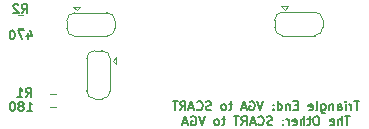
<source format=gbr>
G04 #@! TF.GenerationSoftware,KiCad,Pcbnew,(5.1.10-1-10_14)*
G04 #@! TF.CreationDate,2021-11-15T16:46:54-05:00*
G04 #@! TF.ProjectId,VGA2SCART,56474132-5343-4415-9254-2e6b69636164,1*
G04 #@! TF.SameCoordinates,Original*
G04 #@! TF.FileFunction,Legend,Bot*
G04 #@! TF.FilePolarity,Positive*
%FSLAX46Y46*%
G04 Gerber Fmt 4.6, Leading zero omitted, Abs format (unit mm)*
G04 Created by KiCad (PCBNEW (5.1.10-1-10_14)) date 2021-11-15 16:46:54*
%MOMM*%
%LPD*%
G01*
G04 APERTURE LIST*
%ADD10C,0.127000*%
%ADD11C,0.120000*%
%ADD12C,0.150000*%
%ADD13C,1.801600*%
%ADD14C,4.167600*%
%ADD15C,0.152400*%
G04 APERTURE END LIST*
D10*
X131600571Y-93016714D02*
X131600571Y-93524714D01*
X131782000Y-92726428D02*
X131963428Y-93270714D01*
X131491714Y-93270714D01*
X131274000Y-92762714D02*
X130766000Y-92762714D01*
X131092571Y-93524714D01*
X130330571Y-92762714D02*
X130258000Y-92762714D01*
X130185428Y-92799000D01*
X130149142Y-92835285D01*
X130112857Y-92907857D01*
X130076571Y-93053000D01*
X130076571Y-93234428D01*
X130112857Y-93379571D01*
X130149142Y-93452142D01*
X130185428Y-93488428D01*
X130258000Y-93524714D01*
X130330571Y-93524714D01*
X130403142Y-93488428D01*
X130439428Y-93452142D01*
X130475714Y-93379571D01*
X130512000Y-93234428D01*
X130512000Y-93053000D01*
X130475714Y-92907857D01*
X130439428Y-92835285D01*
X130403142Y-92799000D01*
X130330571Y-92762714D01*
X159700285Y-98767714D02*
X159264857Y-98767714D01*
X159482571Y-99529714D02*
X159482571Y-98767714D01*
X159010857Y-99529714D02*
X159010857Y-99021714D01*
X159010857Y-99166857D02*
X158974571Y-99094285D01*
X158938285Y-99058000D01*
X158865714Y-99021714D01*
X158793142Y-99021714D01*
X158539142Y-99529714D02*
X158539142Y-99021714D01*
X158539142Y-98767714D02*
X158575428Y-98804000D01*
X158539142Y-98840285D01*
X158502857Y-98804000D01*
X158539142Y-98767714D01*
X158539142Y-98840285D01*
X157849714Y-99529714D02*
X157849714Y-99130571D01*
X157886000Y-99058000D01*
X157958571Y-99021714D01*
X158103714Y-99021714D01*
X158176285Y-99058000D01*
X157849714Y-99493428D02*
X157922285Y-99529714D01*
X158103714Y-99529714D01*
X158176285Y-99493428D01*
X158212571Y-99420857D01*
X158212571Y-99348285D01*
X158176285Y-99275714D01*
X158103714Y-99239428D01*
X157922285Y-99239428D01*
X157849714Y-99203142D01*
X157486857Y-99021714D02*
X157486857Y-99529714D01*
X157486857Y-99094285D02*
X157450571Y-99058000D01*
X157378000Y-99021714D01*
X157269142Y-99021714D01*
X157196571Y-99058000D01*
X157160285Y-99130571D01*
X157160285Y-99529714D01*
X156470857Y-99021714D02*
X156470857Y-99638571D01*
X156507142Y-99711142D01*
X156543428Y-99747428D01*
X156616000Y-99783714D01*
X156724857Y-99783714D01*
X156797428Y-99747428D01*
X156470857Y-99493428D02*
X156543428Y-99529714D01*
X156688571Y-99529714D01*
X156761142Y-99493428D01*
X156797428Y-99457142D01*
X156833714Y-99384571D01*
X156833714Y-99166857D01*
X156797428Y-99094285D01*
X156761142Y-99058000D01*
X156688571Y-99021714D01*
X156543428Y-99021714D01*
X156470857Y-99058000D01*
X155999142Y-99529714D02*
X156071714Y-99493428D01*
X156108000Y-99420857D01*
X156108000Y-98767714D01*
X155418571Y-99493428D02*
X155491142Y-99529714D01*
X155636285Y-99529714D01*
X155708857Y-99493428D01*
X155745142Y-99420857D01*
X155745142Y-99130571D01*
X155708857Y-99058000D01*
X155636285Y-99021714D01*
X155491142Y-99021714D01*
X155418571Y-99058000D01*
X155382285Y-99130571D01*
X155382285Y-99203142D01*
X155745142Y-99275714D01*
X154475142Y-99130571D02*
X154221142Y-99130571D01*
X154112285Y-99529714D02*
X154475142Y-99529714D01*
X154475142Y-98767714D01*
X154112285Y-98767714D01*
X153785714Y-99021714D02*
X153785714Y-99529714D01*
X153785714Y-99094285D02*
X153749428Y-99058000D01*
X153676857Y-99021714D01*
X153568000Y-99021714D01*
X153495428Y-99058000D01*
X153459142Y-99130571D01*
X153459142Y-99529714D01*
X152769714Y-99529714D02*
X152769714Y-98767714D01*
X152769714Y-99493428D02*
X152842285Y-99529714D01*
X152987428Y-99529714D01*
X153060000Y-99493428D01*
X153096285Y-99457142D01*
X153132571Y-99384571D01*
X153132571Y-99166857D01*
X153096285Y-99094285D01*
X153060000Y-99058000D01*
X152987428Y-99021714D01*
X152842285Y-99021714D01*
X152769714Y-99058000D01*
X152406857Y-99457142D02*
X152370571Y-99493428D01*
X152406857Y-99529714D01*
X152443142Y-99493428D01*
X152406857Y-99457142D01*
X152406857Y-99529714D01*
X152406857Y-99058000D02*
X152370571Y-99094285D01*
X152406857Y-99130571D01*
X152443142Y-99094285D01*
X152406857Y-99058000D01*
X152406857Y-99130571D01*
X151572285Y-98767714D02*
X151318285Y-99529714D01*
X151064285Y-98767714D01*
X150411142Y-98804000D02*
X150483714Y-98767714D01*
X150592571Y-98767714D01*
X150701428Y-98804000D01*
X150774000Y-98876571D01*
X150810285Y-98949142D01*
X150846571Y-99094285D01*
X150846571Y-99203142D01*
X150810285Y-99348285D01*
X150774000Y-99420857D01*
X150701428Y-99493428D01*
X150592571Y-99529714D01*
X150520000Y-99529714D01*
X150411142Y-99493428D01*
X150374857Y-99457142D01*
X150374857Y-99203142D01*
X150520000Y-99203142D01*
X150084571Y-99312000D02*
X149721714Y-99312000D01*
X150157142Y-99529714D02*
X149903142Y-98767714D01*
X149649142Y-99529714D01*
X148923428Y-99021714D02*
X148633142Y-99021714D01*
X148814571Y-98767714D02*
X148814571Y-99420857D01*
X148778285Y-99493428D01*
X148705714Y-99529714D01*
X148633142Y-99529714D01*
X148270285Y-99529714D02*
X148342857Y-99493428D01*
X148379142Y-99457142D01*
X148415428Y-99384571D01*
X148415428Y-99166857D01*
X148379142Y-99094285D01*
X148342857Y-99058000D01*
X148270285Y-99021714D01*
X148161428Y-99021714D01*
X148088857Y-99058000D01*
X148052571Y-99094285D01*
X148016285Y-99166857D01*
X148016285Y-99384571D01*
X148052571Y-99457142D01*
X148088857Y-99493428D01*
X148161428Y-99529714D01*
X148270285Y-99529714D01*
X147145428Y-99493428D02*
X147036571Y-99529714D01*
X146855142Y-99529714D01*
X146782571Y-99493428D01*
X146746285Y-99457142D01*
X146710000Y-99384571D01*
X146710000Y-99312000D01*
X146746285Y-99239428D01*
X146782571Y-99203142D01*
X146855142Y-99166857D01*
X147000285Y-99130571D01*
X147072857Y-99094285D01*
X147109142Y-99058000D01*
X147145428Y-98985428D01*
X147145428Y-98912857D01*
X147109142Y-98840285D01*
X147072857Y-98804000D01*
X147000285Y-98767714D01*
X146818857Y-98767714D01*
X146710000Y-98804000D01*
X145948000Y-99457142D02*
X145984285Y-99493428D01*
X146093142Y-99529714D01*
X146165714Y-99529714D01*
X146274571Y-99493428D01*
X146347142Y-99420857D01*
X146383428Y-99348285D01*
X146419714Y-99203142D01*
X146419714Y-99094285D01*
X146383428Y-98949142D01*
X146347142Y-98876571D01*
X146274571Y-98804000D01*
X146165714Y-98767714D01*
X146093142Y-98767714D01*
X145984285Y-98804000D01*
X145948000Y-98840285D01*
X145657714Y-99312000D02*
X145294857Y-99312000D01*
X145730285Y-99529714D02*
X145476285Y-98767714D01*
X145222285Y-99529714D01*
X144532857Y-99529714D02*
X144786857Y-99166857D01*
X144968285Y-99529714D02*
X144968285Y-98767714D01*
X144678000Y-98767714D01*
X144605428Y-98804000D01*
X144569142Y-98840285D01*
X144532857Y-98912857D01*
X144532857Y-99021714D01*
X144569142Y-99094285D01*
X144605428Y-99130571D01*
X144678000Y-99166857D01*
X144968285Y-99166857D01*
X144315142Y-98767714D02*
X143879714Y-98767714D01*
X144097428Y-99529714D02*
X144097428Y-98767714D01*
X158883857Y-100037714D02*
X158448428Y-100037714D01*
X158666142Y-100799714D02*
X158666142Y-100037714D01*
X158194428Y-100799714D02*
X158194428Y-100037714D01*
X157867857Y-100799714D02*
X157867857Y-100400571D01*
X157904142Y-100328000D01*
X157976714Y-100291714D01*
X158085571Y-100291714D01*
X158158142Y-100328000D01*
X158194428Y-100364285D01*
X157214714Y-100763428D02*
X157287285Y-100799714D01*
X157432428Y-100799714D01*
X157505000Y-100763428D01*
X157541285Y-100690857D01*
X157541285Y-100400571D01*
X157505000Y-100328000D01*
X157432428Y-100291714D01*
X157287285Y-100291714D01*
X157214714Y-100328000D01*
X157178428Y-100400571D01*
X157178428Y-100473142D01*
X157541285Y-100545714D01*
X156126142Y-100037714D02*
X155981000Y-100037714D01*
X155908428Y-100074000D01*
X155835857Y-100146571D01*
X155799571Y-100291714D01*
X155799571Y-100545714D01*
X155835857Y-100690857D01*
X155908428Y-100763428D01*
X155981000Y-100799714D01*
X156126142Y-100799714D01*
X156198714Y-100763428D01*
X156271285Y-100690857D01*
X156307571Y-100545714D01*
X156307571Y-100291714D01*
X156271285Y-100146571D01*
X156198714Y-100074000D01*
X156126142Y-100037714D01*
X155581857Y-100291714D02*
X155291571Y-100291714D01*
X155473000Y-100037714D02*
X155473000Y-100690857D01*
X155436714Y-100763428D01*
X155364142Y-100799714D01*
X155291571Y-100799714D01*
X155037571Y-100799714D02*
X155037571Y-100037714D01*
X154711000Y-100799714D02*
X154711000Y-100400571D01*
X154747285Y-100328000D01*
X154819857Y-100291714D01*
X154928714Y-100291714D01*
X155001285Y-100328000D01*
X155037571Y-100364285D01*
X154057857Y-100763428D02*
X154130428Y-100799714D01*
X154275571Y-100799714D01*
X154348142Y-100763428D01*
X154384428Y-100690857D01*
X154384428Y-100400571D01*
X154348142Y-100328000D01*
X154275571Y-100291714D01*
X154130428Y-100291714D01*
X154057857Y-100328000D01*
X154021571Y-100400571D01*
X154021571Y-100473142D01*
X154384428Y-100545714D01*
X153695000Y-100799714D02*
X153695000Y-100291714D01*
X153695000Y-100436857D02*
X153658714Y-100364285D01*
X153622428Y-100328000D01*
X153549857Y-100291714D01*
X153477285Y-100291714D01*
X153223285Y-100727142D02*
X153187000Y-100763428D01*
X153223285Y-100799714D01*
X153259571Y-100763428D01*
X153223285Y-100727142D01*
X153223285Y-100799714D01*
X153223285Y-100328000D02*
X153187000Y-100364285D01*
X153223285Y-100400571D01*
X153259571Y-100364285D01*
X153223285Y-100328000D01*
X153223285Y-100400571D01*
X152316142Y-100763428D02*
X152207285Y-100799714D01*
X152025857Y-100799714D01*
X151953285Y-100763428D01*
X151917000Y-100727142D01*
X151880714Y-100654571D01*
X151880714Y-100582000D01*
X151917000Y-100509428D01*
X151953285Y-100473142D01*
X152025857Y-100436857D01*
X152171000Y-100400571D01*
X152243571Y-100364285D01*
X152279857Y-100328000D01*
X152316142Y-100255428D01*
X152316142Y-100182857D01*
X152279857Y-100110285D01*
X152243571Y-100074000D01*
X152171000Y-100037714D01*
X151989571Y-100037714D01*
X151880714Y-100074000D01*
X151118714Y-100727142D02*
X151155000Y-100763428D01*
X151263857Y-100799714D01*
X151336428Y-100799714D01*
X151445285Y-100763428D01*
X151517857Y-100690857D01*
X151554142Y-100618285D01*
X151590428Y-100473142D01*
X151590428Y-100364285D01*
X151554142Y-100219142D01*
X151517857Y-100146571D01*
X151445285Y-100074000D01*
X151336428Y-100037714D01*
X151263857Y-100037714D01*
X151155000Y-100074000D01*
X151118714Y-100110285D01*
X150828428Y-100582000D02*
X150465571Y-100582000D01*
X150901000Y-100799714D02*
X150647000Y-100037714D01*
X150393000Y-100799714D01*
X149703571Y-100799714D02*
X149957571Y-100436857D01*
X150139000Y-100799714D02*
X150139000Y-100037714D01*
X149848714Y-100037714D01*
X149776142Y-100074000D01*
X149739857Y-100110285D01*
X149703571Y-100182857D01*
X149703571Y-100291714D01*
X149739857Y-100364285D01*
X149776142Y-100400571D01*
X149848714Y-100436857D01*
X150139000Y-100436857D01*
X149485857Y-100037714D02*
X149050428Y-100037714D01*
X149268142Y-100799714D02*
X149268142Y-100037714D01*
X148324714Y-100291714D02*
X148034428Y-100291714D01*
X148215857Y-100037714D02*
X148215857Y-100690857D01*
X148179571Y-100763428D01*
X148107000Y-100799714D01*
X148034428Y-100799714D01*
X147671571Y-100799714D02*
X147744142Y-100763428D01*
X147780428Y-100727142D01*
X147816714Y-100654571D01*
X147816714Y-100436857D01*
X147780428Y-100364285D01*
X147744142Y-100328000D01*
X147671571Y-100291714D01*
X147562714Y-100291714D01*
X147490142Y-100328000D01*
X147453857Y-100364285D01*
X147417571Y-100436857D01*
X147417571Y-100654571D01*
X147453857Y-100727142D01*
X147490142Y-100763428D01*
X147562714Y-100799714D01*
X147671571Y-100799714D01*
X146619285Y-100037714D02*
X146365285Y-100799714D01*
X146111285Y-100037714D01*
X145458142Y-100074000D02*
X145530714Y-100037714D01*
X145639571Y-100037714D01*
X145748428Y-100074000D01*
X145821000Y-100146571D01*
X145857285Y-100219142D01*
X145893571Y-100364285D01*
X145893571Y-100473142D01*
X145857285Y-100618285D01*
X145821000Y-100690857D01*
X145748428Y-100763428D01*
X145639571Y-100799714D01*
X145567000Y-100799714D01*
X145458142Y-100763428D01*
X145421857Y-100727142D01*
X145421857Y-100473142D01*
X145567000Y-100473142D01*
X145131571Y-100582000D02*
X144768714Y-100582000D01*
X145204142Y-100799714D02*
X144950142Y-100037714D01*
X144696142Y-100799714D01*
X131558000Y-99584714D02*
X131993428Y-99584714D01*
X131775714Y-99584714D02*
X131775714Y-98822714D01*
X131848285Y-98931571D01*
X131920857Y-99004142D01*
X131993428Y-99040428D01*
X131122571Y-99149285D02*
X131195142Y-99113000D01*
X131231428Y-99076714D01*
X131267714Y-99004142D01*
X131267714Y-98967857D01*
X131231428Y-98895285D01*
X131195142Y-98859000D01*
X131122571Y-98822714D01*
X130977428Y-98822714D01*
X130904857Y-98859000D01*
X130868571Y-98895285D01*
X130832285Y-98967857D01*
X130832285Y-99004142D01*
X130868571Y-99076714D01*
X130904857Y-99113000D01*
X130977428Y-99149285D01*
X131122571Y-99149285D01*
X131195142Y-99185571D01*
X131231428Y-99221857D01*
X131267714Y-99294428D01*
X131267714Y-99439571D01*
X131231428Y-99512142D01*
X131195142Y-99548428D01*
X131122571Y-99584714D01*
X130977428Y-99584714D01*
X130904857Y-99548428D01*
X130868571Y-99512142D01*
X130832285Y-99439571D01*
X130832285Y-99294428D01*
X130868571Y-99221857D01*
X130904857Y-99185571D01*
X130977428Y-99149285D01*
X130360571Y-98822714D02*
X130288000Y-98822714D01*
X130215428Y-98859000D01*
X130179142Y-98895285D01*
X130142857Y-98967857D01*
X130106571Y-99113000D01*
X130106571Y-99294428D01*
X130142857Y-99439571D01*
X130179142Y-99512142D01*
X130215428Y-99548428D01*
X130288000Y-99584714D01*
X130360571Y-99584714D01*
X130433142Y-99548428D01*
X130469428Y-99512142D01*
X130505714Y-99439571D01*
X130542000Y-99294428D01*
X130542000Y-99113000D01*
X130505714Y-98967857D01*
X130469428Y-98895285D01*
X130433142Y-98859000D01*
X130360571Y-98822714D01*
D11*
X133992258Y-98177500D02*
X133517742Y-98177500D01*
X133992258Y-99222500D02*
X133517742Y-99222500D01*
X135760000Y-91070000D02*
X136060000Y-90770000D01*
X135460000Y-90770000D02*
X136060000Y-90770000D01*
X135760000Y-91070000D02*
X135460000Y-90770000D01*
X134910000Y-91970000D02*
X134910000Y-92570000D01*
X138360000Y-91270000D02*
X135560000Y-91270000D01*
X139010000Y-92570000D02*
X139010000Y-91970000D01*
X135560000Y-93270000D02*
X138360000Y-93270000D01*
X134910000Y-92570000D02*
G75*
G03*
X135610000Y-93270000I700000J0D01*
G01*
X135610000Y-91270000D02*
G75*
G03*
X134910000Y-91970000I0J-700000D01*
G01*
X139010000Y-91970000D02*
G75*
G03*
X138310000Y-91270000I-700000J0D01*
G01*
X138310000Y-93270000D02*
G75*
G03*
X139010000Y-92570000I0J700000D01*
G01*
X138800000Y-95330000D02*
X139100000Y-95630000D01*
X139100000Y-95030000D02*
X139100000Y-95630000D01*
X138800000Y-95330000D02*
X139100000Y-95030000D01*
X137900000Y-94480000D02*
X137300000Y-94480000D01*
X138600000Y-97930000D02*
X138600000Y-95130000D01*
X137300000Y-98580000D02*
X137900000Y-98580000D01*
X136600000Y-95130000D02*
X136600000Y-97930000D01*
X137300000Y-94480000D02*
G75*
G03*
X136600000Y-95180000I0J-700000D01*
G01*
X138600000Y-95180000D02*
G75*
G03*
X137900000Y-94480000I-700000J0D01*
G01*
X137900000Y-98580000D02*
G75*
G03*
X138600000Y-97880000I0J700000D01*
G01*
X136600000Y-97880000D02*
G75*
G03*
X137300000Y-98580000I700000J0D01*
G01*
X153360000Y-91010000D02*
X153660000Y-90710000D01*
X153060000Y-90710000D02*
X153660000Y-90710000D01*
X153360000Y-91010000D02*
X153060000Y-90710000D01*
X152510000Y-91910000D02*
X152510000Y-92510000D01*
X155960000Y-91210000D02*
X153160000Y-91210000D01*
X156610000Y-92510000D02*
X156610000Y-91910000D01*
X153160000Y-93210000D02*
X155960000Y-93210000D01*
X152510000Y-92510000D02*
G75*
G03*
X153210000Y-93210000I700000J0D01*
G01*
X153210000Y-91210000D02*
G75*
G03*
X152510000Y-91910000I0J-700000D01*
G01*
X156610000Y-91910000D02*
G75*
G03*
X155910000Y-91210000I-700000J0D01*
G01*
X155910000Y-93210000D02*
G75*
G03*
X156610000Y-92510000I0J700000D01*
G01*
X131252258Y-91497500D02*
X130777742Y-91497500D01*
X131252258Y-92542500D02*
X130777742Y-92542500D01*
D12*
X131455000Y-98409285D02*
X131705000Y-98052142D01*
X131883571Y-98409285D02*
X131883571Y-97659285D01*
X131597857Y-97659285D01*
X131526428Y-97695000D01*
X131490714Y-97730714D01*
X131455000Y-97802142D01*
X131455000Y-97909285D01*
X131490714Y-97980714D01*
X131526428Y-98016428D01*
X131597857Y-98052142D01*
X131883571Y-98052142D01*
X130740714Y-98409285D02*
X131169285Y-98409285D01*
X130955000Y-98409285D02*
X130955000Y-97659285D01*
X131026428Y-97766428D01*
X131097857Y-97837857D01*
X131169285Y-97873571D01*
X131115000Y-91279285D02*
X131365000Y-90922142D01*
X131543571Y-91279285D02*
X131543571Y-90529285D01*
X131257857Y-90529285D01*
X131186428Y-90565000D01*
X131150714Y-90600714D01*
X131115000Y-90672142D01*
X131115000Y-90779285D01*
X131150714Y-90850714D01*
X131186428Y-90886428D01*
X131257857Y-90922142D01*
X131543571Y-90922142D01*
X130829285Y-90600714D02*
X130793571Y-90565000D01*
X130722142Y-90529285D01*
X130543571Y-90529285D01*
X130472142Y-90565000D01*
X130436428Y-90600714D01*
X130400714Y-90672142D01*
X130400714Y-90743571D01*
X130436428Y-90850714D01*
X130865000Y-91279285D01*
X130400714Y-91279285D01*
%LPC*%
D13*
X150745000Y-93350000D03*
X148455000Y-93350000D03*
X146165000Y-93350000D03*
X143875000Y-93350000D03*
X141585000Y-93350000D03*
X149600000Y-95330000D03*
X147310000Y-95330000D03*
X145020000Y-95330000D03*
X142730000Y-95330000D03*
X140440000Y-95330000D03*
X150745000Y-97310000D03*
X148455000Y-97310000D03*
X146165000Y-97310000D03*
X143875000Y-97310000D03*
D14*
X158660000Y-95330000D03*
X133670000Y-95330000D03*
G36*
G01*
X140684200Y-98160000D02*
X140684200Y-96460000D01*
G75*
G02*
X140735000Y-96409200I50800J0D01*
G01*
X142435000Y-96409200D01*
G75*
G02*
X142485800Y-96460000I0J-50800D01*
G01*
X142485800Y-98160000D01*
G75*
G02*
X142435000Y-98210800I-50800J0D01*
G01*
X140735000Y-98210800D01*
G75*
G02*
X140684200Y-98160000I0J50800D01*
G01*
G37*
G36*
G01*
X129110346Y-104533895D02*
X129110346Y-101533895D01*
G75*
G02*
X129161146Y-101483095I50800J0D01*
G01*
X131161146Y-101483095D01*
G75*
G02*
X131211946Y-101533895I0J-50800D01*
G01*
X131211946Y-104533895D01*
G75*
G02*
X131161146Y-104584695I-50800J0D01*
G01*
X129161146Y-104584695D01*
G75*
G02*
X129110346Y-104533895I0J50800D01*
G01*
G37*
G36*
G01*
X155710346Y-104533895D02*
X155710346Y-101533895D01*
G75*
G02*
X155761146Y-101483095I50800J0D01*
G01*
X157761146Y-101483095D01*
G75*
G02*
X157811946Y-101533895I0J-50800D01*
G01*
X157811946Y-104533895D01*
G75*
G02*
X157761146Y-104584695I-50800J0D01*
G01*
X155761146Y-104584695D01*
G75*
G02*
X155710346Y-104533895I0J50800D01*
G01*
G37*
G36*
G01*
X151910346Y-104533895D02*
X151910346Y-101533895D01*
G75*
G02*
X151961146Y-101483095I50800J0D01*
G01*
X153961146Y-101483095D01*
G75*
G02*
X154011946Y-101533895I0J-50800D01*
G01*
X154011946Y-104533895D01*
G75*
G02*
X153961146Y-104584695I-50800J0D01*
G01*
X151961146Y-104584695D01*
G75*
G02*
X151910346Y-104533895I0J50800D01*
G01*
G37*
G36*
G01*
X148110346Y-104533895D02*
X148110346Y-101533895D01*
G75*
G02*
X148161146Y-101483095I50800J0D01*
G01*
X150161146Y-101483095D01*
G75*
G02*
X150211946Y-101533895I0J-50800D01*
G01*
X150211946Y-104533895D01*
G75*
G02*
X150161146Y-104584695I-50800J0D01*
G01*
X148161146Y-104584695D01*
G75*
G02*
X148110346Y-104533895I0J50800D01*
G01*
G37*
G36*
G01*
X125310346Y-104533895D02*
X125310346Y-101533895D01*
G75*
G02*
X125361146Y-101483095I50800J0D01*
G01*
X127361146Y-101483095D01*
G75*
G02*
X127411946Y-101533895I0J-50800D01*
G01*
X127411946Y-104533895D01*
G75*
G02*
X127361146Y-104584695I-50800J0D01*
G01*
X125361146Y-104584695D01*
G75*
G02*
X125310346Y-104533895I0J50800D01*
G01*
G37*
G36*
G01*
X121510346Y-104533895D02*
X121510346Y-101533895D01*
G75*
G02*
X121561146Y-101483095I50800J0D01*
G01*
X123561146Y-101483095D01*
G75*
G02*
X123611946Y-101533895I0J-50800D01*
G01*
X123611946Y-104533895D01*
G75*
G02*
X123561146Y-104584695I-50800J0D01*
G01*
X121561146Y-104584695D01*
G75*
G02*
X121510346Y-104533895I0J50800D01*
G01*
G37*
G36*
G01*
X133380800Y-98399600D02*
X133380800Y-99000400D01*
G75*
G02*
X133155400Y-99225800I-225400J0D01*
G01*
X132704600Y-99225800D01*
G75*
G02*
X132479200Y-99000400I0J225400D01*
G01*
X132479200Y-98399600D01*
G75*
G02*
X132704600Y-98174200I225400J0D01*
G01*
X133155400Y-98174200D01*
G75*
G02*
X133380800Y-98399600I0J-225400D01*
G01*
G37*
G36*
G01*
X135030800Y-98399600D02*
X135030800Y-99000400D01*
G75*
G02*
X134805400Y-99225800I-225400J0D01*
G01*
X134354600Y-99225800D01*
G75*
G02*
X134129200Y-99000400I0J225400D01*
G01*
X134129200Y-98399600D01*
G75*
G02*
X134354600Y-98174200I225400J0D01*
G01*
X134805400Y-98174200D01*
G75*
G02*
X135030800Y-98399600I0J-225400D01*
G01*
G37*
G36*
G01*
X136409200Y-93020000D02*
X136409200Y-91520000D01*
G75*
G02*
X136460000Y-91469200I50800J0D01*
G01*
X137460000Y-91469200D01*
G75*
G02*
X137510800Y-91520000I0J-50800D01*
G01*
X137510800Y-93020000D01*
G75*
G02*
X137460000Y-93070800I-50800J0D01*
G01*
X136460000Y-93070800D01*
G75*
G02*
X136409200Y-93020000I0J50800D01*
G01*
G37*
D15*
G36*
X138266113Y-91469802D02*
G01*
X138284534Y-91469802D01*
X138289514Y-91470047D01*
X138338345Y-91474857D01*
X138343275Y-91475588D01*
X138391400Y-91485160D01*
X138396237Y-91486372D01*
X138443192Y-91500616D01*
X138447885Y-91502295D01*
X138493218Y-91521072D01*
X138497726Y-91523204D01*
X138540999Y-91546335D01*
X138545273Y-91548897D01*
X138586072Y-91576157D01*
X138590077Y-91579127D01*
X138628006Y-91610255D01*
X138631700Y-91613603D01*
X138666397Y-91648300D01*
X138669745Y-91651994D01*
X138700873Y-91689923D01*
X138703843Y-91693928D01*
X138731103Y-91734727D01*
X138733665Y-91739001D01*
X138756796Y-91782274D01*
X138758928Y-91786782D01*
X138777705Y-91832115D01*
X138779384Y-91836808D01*
X138793628Y-91883763D01*
X138794840Y-91888600D01*
X138804412Y-91936725D01*
X138805143Y-91941655D01*
X138809953Y-91990486D01*
X138810198Y-91995466D01*
X138810198Y-92013887D01*
X138810800Y-92020000D01*
X138810800Y-92520000D01*
X138810198Y-92526113D01*
X138810198Y-92544534D01*
X138809953Y-92549514D01*
X138805143Y-92598345D01*
X138804412Y-92603275D01*
X138794840Y-92651400D01*
X138793628Y-92656237D01*
X138779384Y-92703192D01*
X138777705Y-92707885D01*
X138758928Y-92753218D01*
X138756796Y-92757726D01*
X138733665Y-92800999D01*
X138731103Y-92805273D01*
X138703843Y-92846072D01*
X138700873Y-92850077D01*
X138669745Y-92888006D01*
X138666397Y-92891700D01*
X138631700Y-92926397D01*
X138628006Y-92929745D01*
X138590077Y-92960873D01*
X138586072Y-92963843D01*
X138545273Y-92991103D01*
X138540999Y-92993665D01*
X138497726Y-93016796D01*
X138493218Y-93018928D01*
X138447885Y-93037705D01*
X138443192Y-93039384D01*
X138396237Y-93053628D01*
X138391400Y-93054840D01*
X138343275Y-93064412D01*
X138338345Y-93065143D01*
X138289514Y-93069953D01*
X138284534Y-93070198D01*
X138266113Y-93070198D01*
X138260000Y-93070800D01*
X137710000Y-93070800D01*
X137700089Y-93069824D01*
X137690560Y-93066933D01*
X137681777Y-93062239D01*
X137674079Y-93055921D01*
X137667761Y-93048223D01*
X137663067Y-93039440D01*
X137660176Y-93029911D01*
X137659200Y-93020000D01*
X137659200Y-91520000D01*
X137660176Y-91510089D01*
X137663067Y-91500560D01*
X137667761Y-91491777D01*
X137674079Y-91484079D01*
X137681777Y-91477761D01*
X137690560Y-91473067D01*
X137700089Y-91470176D01*
X137710000Y-91469200D01*
X138260000Y-91469200D01*
X138266113Y-91469802D01*
G37*
G36*
X136219911Y-91470176D02*
G01*
X136229440Y-91473067D01*
X136238223Y-91477761D01*
X136245921Y-91484079D01*
X136252239Y-91491777D01*
X136256933Y-91500560D01*
X136259824Y-91510089D01*
X136260800Y-91520000D01*
X136260800Y-93020000D01*
X136259824Y-93029911D01*
X136256933Y-93039440D01*
X136252239Y-93048223D01*
X136245921Y-93055921D01*
X136238223Y-93062239D01*
X136229440Y-93066933D01*
X136219911Y-93069824D01*
X136210000Y-93070800D01*
X135660000Y-93070800D01*
X135653887Y-93070198D01*
X135635466Y-93070198D01*
X135630486Y-93069953D01*
X135581655Y-93065143D01*
X135576725Y-93064412D01*
X135528600Y-93054840D01*
X135523763Y-93053628D01*
X135476808Y-93039384D01*
X135472115Y-93037705D01*
X135426782Y-93018928D01*
X135422274Y-93016796D01*
X135379001Y-92993665D01*
X135374727Y-92991103D01*
X135333928Y-92963843D01*
X135329923Y-92960873D01*
X135291994Y-92929745D01*
X135288300Y-92926397D01*
X135253603Y-92891700D01*
X135250255Y-92888006D01*
X135219127Y-92850077D01*
X135216157Y-92846072D01*
X135188897Y-92805273D01*
X135186335Y-92800999D01*
X135163204Y-92757726D01*
X135161072Y-92753218D01*
X135142295Y-92707885D01*
X135140616Y-92703192D01*
X135126372Y-92656237D01*
X135125160Y-92651400D01*
X135115588Y-92603275D01*
X135114857Y-92598345D01*
X135110047Y-92549514D01*
X135109802Y-92544534D01*
X135109802Y-92526113D01*
X135109200Y-92520000D01*
X135109200Y-92020000D01*
X135109802Y-92013887D01*
X135109802Y-91995466D01*
X135110047Y-91990486D01*
X135114857Y-91941655D01*
X135115588Y-91936725D01*
X135125160Y-91888600D01*
X135126372Y-91883763D01*
X135140616Y-91836808D01*
X135142295Y-91832115D01*
X135161072Y-91786782D01*
X135163204Y-91782274D01*
X135186335Y-91739001D01*
X135188897Y-91734727D01*
X135216157Y-91693928D01*
X135219127Y-91689923D01*
X135250255Y-91651994D01*
X135253603Y-91648300D01*
X135288300Y-91613603D01*
X135291994Y-91610255D01*
X135329923Y-91579127D01*
X135333928Y-91576157D01*
X135374727Y-91548897D01*
X135379001Y-91546335D01*
X135422274Y-91523204D01*
X135426782Y-91521072D01*
X135472115Y-91502295D01*
X135476808Y-91500616D01*
X135523763Y-91486372D01*
X135528600Y-91485160D01*
X135576725Y-91475588D01*
X135581655Y-91474857D01*
X135630486Y-91470047D01*
X135635466Y-91469802D01*
X135653887Y-91469802D01*
X135660000Y-91469200D01*
X136210000Y-91469200D01*
X136219911Y-91470176D01*
G37*
G36*
G01*
X136850000Y-95979200D02*
X138350000Y-95979200D01*
G75*
G02*
X138400800Y-96030000I0J-50800D01*
G01*
X138400800Y-97030000D01*
G75*
G02*
X138350000Y-97080800I-50800J0D01*
G01*
X136850000Y-97080800D01*
G75*
G02*
X136799200Y-97030000I0J50800D01*
G01*
X136799200Y-96030000D01*
G75*
G02*
X136850000Y-95979200I50800J0D01*
G01*
G37*
G36*
X138400198Y-97836113D02*
G01*
X138400198Y-97854534D01*
X138399953Y-97859514D01*
X138395143Y-97908345D01*
X138394412Y-97913275D01*
X138384840Y-97961400D01*
X138383628Y-97966237D01*
X138369384Y-98013192D01*
X138367705Y-98017885D01*
X138348928Y-98063218D01*
X138346796Y-98067726D01*
X138323665Y-98110999D01*
X138321103Y-98115273D01*
X138293843Y-98156072D01*
X138290873Y-98160077D01*
X138259745Y-98198006D01*
X138256397Y-98201700D01*
X138221700Y-98236397D01*
X138218006Y-98239745D01*
X138180077Y-98270873D01*
X138176072Y-98273843D01*
X138135273Y-98301103D01*
X138130999Y-98303665D01*
X138087726Y-98326796D01*
X138083218Y-98328928D01*
X138037885Y-98347705D01*
X138033192Y-98349384D01*
X137986237Y-98363628D01*
X137981400Y-98364840D01*
X137933275Y-98374412D01*
X137928345Y-98375143D01*
X137879514Y-98379953D01*
X137874534Y-98380198D01*
X137856113Y-98380198D01*
X137850000Y-98380800D01*
X137350000Y-98380800D01*
X137343887Y-98380198D01*
X137325466Y-98380198D01*
X137320486Y-98379953D01*
X137271655Y-98375143D01*
X137266725Y-98374412D01*
X137218600Y-98364840D01*
X137213763Y-98363628D01*
X137166808Y-98349384D01*
X137162115Y-98347705D01*
X137116782Y-98328928D01*
X137112274Y-98326796D01*
X137069001Y-98303665D01*
X137064727Y-98301103D01*
X137023928Y-98273843D01*
X137019923Y-98270873D01*
X136981994Y-98239745D01*
X136978300Y-98236397D01*
X136943603Y-98201700D01*
X136940255Y-98198006D01*
X136909127Y-98160077D01*
X136906157Y-98156072D01*
X136878897Y-98115273D01*
X136876335Y-98110999D01*
X136853204Y-98067726D01*
X136851072Y-98063218D01*
X136832295Y-98017885D01*
X136830616Y-98013192D01*
X136816372Y-97966237D01*
X136815160Y-97961400D01*
X136805588Y-97913275D01*
X136804857Y-97908345D01*
X136800047Y-97859514D01*
X136799802Y-97854534D01*
X136799802Y-97836113D01*
X136799200Y-97830000D01*
X136799200Y-97280000D01*
X136800176Y-97270089D01*
X136803067Y-97260560D01*
X136807761Y-97251777D01*
X136814079Y-97244079D01*
X136821777Y-97237761D01*
X136830560Y-97233067D01*
X136840089Y-97230176D01*
X136850000Y-97229200D01*
X138350000Y-97229200D01*
X138359911Y-97230176D01*
X138369440Y-97233067D01*
X138378223Y-97237761D01*
X138385921Y-97244079D01*
X138392239Y-97251777D01*
X138396933Y-97260560D01*
X138399824Y-97270089D01*
X138400800Y-97280000D01*
X138400800Y-97830000D01*
X138400198Y-97836113D01*
G37*
G36*
X138399824Y-95789911D02*
G01*
X138396933Y-95799440D01*
X138392239Y-95808223D01*
X138385921Y-95815921D01*
X138378223Y-95822239D01*
X138369440Y-95826933D01*
X138359911Y-95829824D01*
X138350000Y-95830800D01*
X136850000Y-95830800D01*
X136840089Y-95829824D01*
X136830560Y-95826933D01*
X136821777Y-95822239D01*
X136814079Y-95815921D01*
X136807761Y-95808223D01*
X136803067Y-95799440D01*
X136800176Y-95789911D01*
X136799200Y-95780000D01*
X136799200Y-95230000D01*
X136799802Y-95223887D01*
X136799802Y-95205466D01*
X136800047Y-95200486D01*
X136804857Y-95151655D01*
X136805588Y-95146725D01*
X136815160Y-95098600D01*
X136816372Y-95093763D01*
X136830616Y-95046808D01*
X136832295Y-95042115D01*
X136851072Y-94996782D01*
X136853204Y-94992274D01*
X136876335Y-94949001D01*
X136878897Y-94944727D01*
X136906157Y-94903928D01*
X136909127Y-94899923D01*
X136940255Y-94861994D01*
X136943603Y-94858300D01*
X136978300Y-94823603D01*
X136981994Y-94820255D01*
X137019923Y-94789127D01*
X137023928Y-94786157D01*
X137064727Y-94758897D01*
X137069001Y-94756335D01*
X137112274Y-94733204D01*
X137116782Y-94731072D01*
X137162115Y-94712295D01*
X137166808Y-94710616D01*
X137213763Y-94696372D01*
X137218600Y-94695160D01*
X137266725Y-94685588D01*
X137271655Y-94684857D01*
X137320486Y-94680047D01*
X137325466Y-94679802D01*
X137343887Y-94679802D01*
X137350000Y-94679200D01*
X137850000Y-94679200D01*
X137856113Y-94679802D01*
X137874534Y-94679802D01*
X137879514Y-94680047D01*
X137928345Y-94684857D01*
X137933275Y-94685588D01*
X137981400Y-94695160D01*
X137986237Y-94696372D01*
X138033192Y-94710616D01*
X138037885Y-94712295D01*
X138083218Y-94731072D01*
X138087726Y-94733204D01*
X138130999Y-94756335D01*
X138135273Y-94758897D01*
X138176072Y-94786157D01*
X138180077Y-94789127D01*
X138218006Y-94820255D01*
X138221700Y-94823603D01*
X138256397Y-94858300D01*
X138259745Y-94861994D01*
X138290873Y-94899923D01*
X138293843Y-94903928D01*
X138321103Y-94944727D01*
X138323665Y-94949001D01*
X138346796Y-94992274D01*
X138348928Y-94996782D01*
X138367705Y-95042115D01*
X138369384Y-95046808D01*
X138383628Y-95093763D01*
X138384840Y-95098600D01*
X138394412Y-95146725D01*
X138395143Y-95151655D01*
X138399953Y-95200486D01*
X138400198Y-95205466D01*
X138400198Y-95223887D01*
X138400800Y-95230000D01*
X138400800Y-95780000D01*
X138399824Y-95789911D01*
G37*
G36*
G01*
X154009200Y-92960000D02*
X154009200Y-91460000D01*
G75*
G02*
X154060000Y-91409200I50800J0D01*
G01*
X155060000Y-91409200D01*
G75*
G02*
X155110800Y-91460000I0J-50800D01*
G01*
X155110800Y-92960000D01*
G75*
G02*
X155060000Y-93010800I-50800J0D01*
G01*
X154060000Y-93010800D01*
G75*
G02*
X154009200Y-92960000I0J50800D01*
G01*
G37*
G36*
X155866113Y-91409802D02*
G01*
X155884534Y-91409802D01*
X155889514Y-91410047D01*
X155938345Y-91414857D01*
X155943275Y-91415588D01*
X155991400Y-91425160D01*
X155996237Y-91426372D01*
X156043192Y-91440616D01*
X156047885Y-91442295D01*
X156093218Y-91461072D01*
X156097726Y-91463204D01*
X156140999Y-91486335D01*
X156145273Y-91488897D01*
X156186072Y-91516157D01*
X156190077Y-91519127D01*
X156228006Y-91550255D01*
X156231700Y-91553603D01*
X156266397Y-91588300D01*
X156269745Y-91591994D01*
X156300873Y-91629923D01*
X156303843Y-91633928D01*
X156331103Y-91674727D01*
X156333665Y-91679001D01*
X156356796Y-91722274D01*
X156358928Y-91726782D01*
X156377705Y-91772115D01*
X156379384Y-91776808D01*
X156393628Y-91823763D01*
X156394840Y-91828600D01*
X156404412Y-91876725D01*
X156405143Y-91881655D01*
X156409953Y-91930486D01*
X156410198Y-91935466D01*
X156410198Y-91953887D01*
X156410800Y-91960000D01*
X156410800Y-92460000D01*
X156410198Y-92466113D01*
X156410198Y-92484534D01*
X156409953Y-92489514D01*
X156405143Y-92538345D01*
X156404412Y-92543275D01*
X156394840Y-92591400D01*
X156393628Y-92596237D01*
X156379384Y-92643192D01*
X156377705Y-92647885D01*
X156358928Y-92693218D01*
X156356796Y-92697726D01*
X156333665Y-92740999D01*
X156331103Y-92745273D01*
X156303843Y-92786072D01*
X156300873Y-92790077D01*
X156269745Y-92828006D01*
X156266397Y-92831700D01*
X156231700Y-92866397D01*
X156228006Y-92869745D01*
X156190077Y-92900873D01*
X156186072Y-92903843D01*
X156145273Y-92931103D01*
X156140999Y-92933665D01*
X156097726Y-92956796D01*
X156093218Y-92958928D01*
X156047885Y-92977705D01*
X156043192Y-92979384D01*
X155996237Y-92993628D01*
X155991400Y-92994840D01*
X155943275Y-93004412D01*
X155938345Y-93005143D01*
X155889514Y-93009953D01*
X155884534Y-93010198D01*
X155866113Y-93010198D01*
X155860000Y-93010800D01*
X155310000Y-93010800D01*
X155300089Y-93009824D01*
X155290560Y-93006933D01*
X155281777Y-93002239D01*
X155274079Y-92995921D01*
X155267761Y-92988223D01*
X155263067Y-92979440D01*
X155260176Y-92969911D01*
X155259200Y-92960000D01*
X155259200Y-91460000D01*
X155260176Y-91450089D01*
X155263067Y-91440560D01*
X155267761Y-91431777D01*
X155274079Y-91424079D01*
X155281777Y-91417761D01*
X155290560Y-91413067D01*
X155300089Y-91410176D01*
X155310000Y-91409200D01*
X155860000Y-91409200D01*
X155866113Y-91409802D01*
G37*
G36*
X153819911Y-91410176D02*
G01*
X153829440Y-91413067D01*
X153838223Y-91417761D01*
X153845921Y-91424079D01*
X153852239Y-91431777D01*
X153856933Y-91440560D01*
X153859824Y-91450089D01*
X153860800Y-91460000D01*
X153860800Y-92960000D01*
X153859824Y-92969911D01*
X153856933Y-92979440D01*
X153852239Y-92988223D01*
X153845921Y-92995921D01*
X153838223Y-93002239D01*
X153829440Y-93006933D01*
X153819911Y-93009824D01*
X153810000Y-93010800D01*
X153260000Y-93010800D01*
X153253887Y-93010198D01*
X153235466Y-93010198D01*
X153230486Y-93009953D01*
X153181655Y-93005143D01*
X153176725Y-93004412D01*
X153128600Y-92994840D01*
X153123763Y-92993628D01*
X153076808Y-92979384D01*
X153072115Y-92977705D01*
X153026782Y-92958928D01*
X153022274Y-92956796D01*
X152979001Y-92933665D01*
X152974727Y-92931103D01*
X152933928Y-92903843D01*
X152929923Y-92900873D01*
X152891994Y-92869745D01*
X152888300Y-92866397D01*
X152853603Y-92831700D01*
X152850255Y-92828006D01*
X152819127Y-92790077D01*
X152816157Y-92786072D01*
X152788897Y-92745273D01*
X152786335Y-92740999D01*
X152763204Y-92697726D01*
X152761072Y-92693218D01*
X152742295Y-92647885D01*
X152740616Y-92643192D01*
X152726372Y-92596237D01*
X152725160Y-92591400D01*
X152715588Y-92543275D01*
X152714857Y-92538345D01*
X152710047Y-92489514D01*
X152709802Y-92484534D01*
X152709802Y-92466113D01*
X152709200Y-92460000D01*
X152709200Y-91960000D01*
X152709802Y-91953887D01*
X152709802Y-91935466D01*
X152710047Y-91930486D01*
X152714857Y-91881655D01*
X152715588Y-91876725D01*
X152725160Y-91828600D01*
X152726372Y-91823763D01*
X152740616Y-91776808D01*
X152742295Y-91772115D01*
X152761072Y-91726782D01*
X152763204Y-91722274D01*
X152786335Y-91679001D01*
X152788897Y-91674727D01*
X152816157Y-91633928D01*
X152819127Y-91629923D01*
X152850255Y-91591994D01*
X152853603Y-91588300D01*
X152888300Y-91553603D01*
X152891994Y-91550255D01*
X152929923Y-91519127D01*
X152933928Y-91516157D01*
X152974727Y-91488897D01*
X152979001Y-91486335D01*
X153022274Y-91463204D01*
X153026782Y-91461072D01*
X153072115Y-91442295D01*
X153076808Y-91440616D01*
X153123763Y-91426372D01*
X153128600Y-91425160D01*
X153176725Y-91415588D01*
X153181655Y-91414857D01*
X153230486Y-91410047D01*
X153235466Y-91409802D01*
X153253887Y-91409802D01*
X153260000Y-91409200D01*
X153810000Y-91409200D01*
X153819911Y-91410176D01*
G37*
G36*
G01*
X130640800Y-91719600D02*
X130640800Y-92320400D01*
G75*
G02*
X130415400Y-92545800I-225400J0D01*
G01*
X129964600Y-92545800D01*
G75*
G02*
X129739200Y-92320400I0J225400D01*
G01*
X129739200Y-91719600D01*
G75*
G02*
X129964600Y-91494200I225400J0D01*
G01*
X130415400Y-91494200D01*
G75*
G02*
X130640800Y-91719600I0J-225400D01*
G01*
G37*
G36*
G01*
X132290800Y-91719600D02*
X132290800Y-92320400D01*
G75*
G02*
X132065400Y-92545800I-225400J0D01*
G01*
X131614600Y-92545800D01*
G75*
G02*
X131389200Y-92320400I0J225400D01*
G01*
X131389200Y-91719600D01*
G75*
G02*
X131614600Y-91494200I225400J0D01*
G01*
X132065400Y-91494200D01*
G75*
G02*
X132290800Y-91719600I0J-225400D01*
G01*
G37*
M02*

</source>
